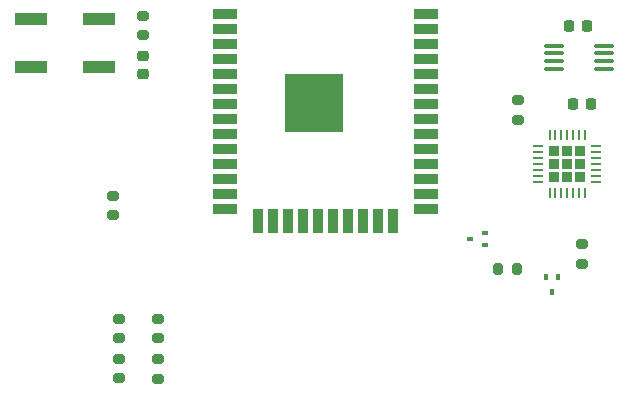
<source format=gbr>
%TF.GenerationSoftware,KiCad,Pcbnew,6.0.5-a6ca702e91~116~ubuntu20.04.1*%
%TF.CreationDate,2022-05-10T14:58:35-05:00*%
%TF.ProjectId,CarHUD,43617248-5544-42e6-9b69-6361645f7063,rev?*%
%TF.SameCoordinates,Original*%
%TF.FileFunction,Paste,Top*%
%TF.FilePolarity,Positive*%
%FSLAX46Y46*%
G04 Gerber Fmt 4.6, Leading zero omitted, Abs format (unit mm)*
G04 Created by KiCad (PCBNEW 6.0.5-a6ca702e91~116~ubuntu20.04.1) date 2022-05-10 14:58:35*
%MOMM*%
%LPD*%
G01*
G04 APERTURE LIST*
G04 Aperture macros list*
%AMRoundRect*
0 Rectangle with rounded corners*
0 $1 Rounding radius*
0 $2 $3 $4 $5 $6 $7 $8 $9 X,Y pos of 4 corners*
0 Add a 4 corners polygon primitive as box body*
4,1,4,$2,$3,$4,$5,$6,$7,$8,$9,$2,$3,0*
0 Add four circle primitives for the rounded corners*
1,1,$1+$1,$2,$3*
1,1,$1+$1,$4,$5*
1,1,$1+$1,$6,$7*
1,1,$1+$1,$8,$9*
0 Add four rect primitives between the rounded corners*
20,1,$1+$1,$2,$3,$4,$5,0*
20,1,$1+$1,$4,$5,$6,$7,0*
20,1,$1+$1,$6,$7,$8,$9,0*
20,1,$1+$1,$8,$9,$2,$3,0*%
G04 Aperture macros list end*
%ADD10RoundRect,0.200000X-0.275000X0.200000X-0.275000X-0.200000X0.275000X-0.200000X0.275000X0.200000X0*%
%ADD11R,0.400000X0.510000*%
%ADD12RoundRect,0.100000X0.712500X0.100000X-0.712500X0.100000X-0.712500X-0.100000X0.712500X-0.100000X0*%
%ADD13RoundRect,0.225000X-0.225000X-0.250000X0.225000X-0.250000X0.225000X0.250000X-0.225000X0.250000X0*%
%ADD14R,2.750000X1.000000*%
%ADD15RoundRect,0.225000X0.225000X0.250000X-0.225000X0.250000X-0.225000X-0.250000X0.225000X-0.250000X0*%
%ADD16RoundRect,0.225000X-0.250000X0.225000X-0.250000X-0.225000X0.250000X-0.225000X0.250000X0.225000X0*%
%ADD17RoundRect,0.200000X0.275000X-0.200000X0.275000X0.200000X-0.275000X0.200000X-0.275000X-0.200000X0*%
%ADD18R,0.510000X0.400000*%
%ADD19R,2.000000X0.900000*%
%ADD20R,0.900000X2.000000*%
%ADD21R,5.000000X5.000000*%
%ADD22RoundRect,0.225000X0.225000X0.225000X-0.225000X0.225000X-0.225000X-0.225000X0.225000X-0.225000X0*%
%ADD23RoundRect,0.062500X0.337500X0.062500X-0.337500X0.062500X-0.337500X-0.062500X0.337500X-0.062500X0*%
%ADD24RoundRect,0.062500X0.062500X0.337500X-0.062500X0.337500X-0.062500X-0.337500X0.062500X-0.337500X0*%
%ADD25RoundRect,0.200000X0.200000X0.275000X-0.200000X0.275000X-0.200000X-0.275000X0.200000X-0.275000X0*%
G04 APERTURE END LIST*
D10*
%TO.C,R2*%
X83301000Y-82699000D03*
X83301000Y-84349000D03*
%TD*%
D11*
%TO.C,Q2*%
X117213000Y-75682000D03*
X116213000Y-75682000D03*
X116713000Y-76972000D03*
%TD*%
D10*
%TO.C,R7*%
X82042000Y-53594000D03*
X82042000Y-55244000D03*
%TD*%
D12*
%TO.C,MIC3775*%
X121116500Y-58097000D03*
X121116500Y-56797000D03*
X116891500Y-57447000D03*
X116891500Y-58097000D03*
X116891500Y-56147000D03*
X116891500Y-56797000D03*
X121116500Y-57447000D03*
X121116500Y-56147000D03*
%TD*%
D13*
%TO.C,C3*%
X118478000Y-61087000D03*
X120028000Y-61087000D03*
%TD*%
D14*
%TO.C,SW1*%
X72599000Y-53912000D03*
X78359000Y-53912000D03*
X72599000Y-57912000D03*
X78359000Y-57912000D03*
%TD*%
D15*
%TO.C,C2*%
X119647000Y-54483000D03*
X118097000Y-54483000D03*
%TD*%
D16*
%TO.C,C1*%
X82042000Y-57010000D03*
X82042000Y-58560000D03*
%TD*%
D17*
%TO.C,R8*%
X113792000Y-62420000D03*
X113792000Y-60770000D03*
%TD*%
D10*
%TO.C,R6*%
X79502000Y-68834000D03*
X79502000Y-70484000D03*
%TD*%
D18*
%TO.C,Q1*%
X111008000Y-73017000D03*
X111008000Y-72017000D03*
X109718000Y-72517000D03*
%TD*%
D17*
%TO.C,R3*%
X79999000Y-84285000D03*
X79999000Y-82635000D03*
%TD*%
D10*
%TO.C,R1*%
X83301000Y-79270000D03*
X83301000Y-80920000D03*
%TD*%
%TO.C,R10*%
X119253000Y-72962000D03*
X119253000Y-74612000D03*
%TD*%
D19*
%TO.C,ESP32-WROOM-32D1*%
X89020000Y-53460000D03*
X89020000Y-54730000D03*
X89020000Y-56000000D03*
X89020000Y-57270000D03*
X89020000Y-58540000D03*
X89020000Y-59810000D03*
X89020000Y-61080000D03*
X89020000Y-62350000D03*
X89020000Y-63620000D03*
X89020000Y-64890000D03*
X89020000Y-66160000D03*
X89020000Y-67430000D03*
X89020000Y-68700000D03*
X89020000Y-69970000D03*
D20*
X91805000Y-70970000D03*
X93075000Y-70970000D03*
X94345000Y-70970000D03*
X95615000Y-70970000D03*
X96885000Y-70970000D03*
X98155000Y-70970000D03*
X99425000Y-70970000D03*
X100695000Y-70970000D03*
X101965000Y-70970000D03*
X103235000Y-70970000D03*
D19*
X106020000Y-69970000D03*
X106020000Y-68700000D03*
X106020000Y-67430000D03*
X106020000Y-66160000D03*
X106020000Y-64890000D03*
X106020000Y-63620000D03*
X106020000Y-62350000D03*
X106020000Y-61080000D03*
X106020000Y-59810000D03*
X106020000Y-58540000D03*
X106020000Y-57270000D03*
X106020000Y-56000000D03*
X106020000Y-54730000D03*
X106020000Y-53460000D03*
D21*
X96520000Y-60960000D03*
%TD*%
D17*
%TO.C,R4*%
X79999000Y-80920000D03*
X79999000Y-79270000D03*
%TD*%
D22*
%TO.C,CP2102*%
X117983000Y-67287000D03*
X119103000Y-67287000D03*
X119103000Y-65047000D03*
X116863000Y-65047000D03*
X117983000Y-65047000D03*
X119103000Y-66167000D03*
X116863000Y-67287000D03*
X116863000Y-66167000D03*
X117983000Y-66167000D03*
D23*
X120433000Y-67667000D03*
X120433000Y-67167000D03*
X120433000Y-66667000D03*
X120433000Y-66167000D03*
X120433000Y-65667000D03*
X120433000Y-65167000D03*
X120433000Y-64667000D03*
D24*
X119483000Y-63717000D03*
X118983000Y-63717000D03*
X118483000Y-63717000D03*
X117983000Y-63717000D03*
X117483000Y-63717000D03*
X116983000Y-63717000D03*
X116483000Y-63717000D03*
D23*
X115533000Y-64667000D03*
X115533000Y-65167000D03*
X115533000Y-65667000D03*
X115533000Y-66167000D03*
X115533000Y-66667000D03*
X115533000Y-67167000D03*
X115533000Y-67667000D03*
D24*
X116483000Y-68617000D03*
X116983000Y-68617000D03*
X117483000Y-68617000D03*
X117983000Y-68617000D03*
X118483000Y-68617000D03*
X118983000Y-68617000D03*
X119483000Y-68617000D03*
%TD*%
D25*
%TO.C,R9*%
X113728000Y-75057000D03*
X112078000Y-75057000D03*
%TD*%
M02*

</source>
